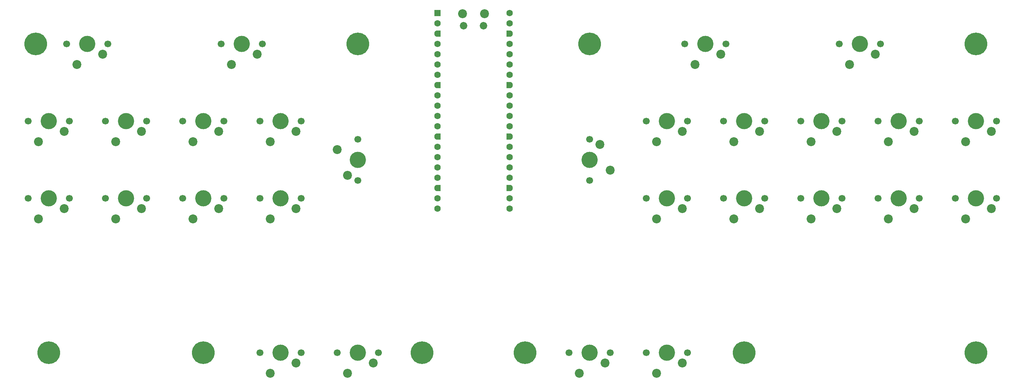
<source format=gbs>
G04 #@! TF.GenerationSoftware,KiCad,Pcbnew,8.0.4*
G04 #@! TF.CreationDate,2024-08-07T22:07:56-04:00*
G04 #@! TF.ProjectId,steno,7374656e-6f2e-46b6-9963-61645f706362,1*
G04 #@! TF.SameCoordinates,Original*
G04 #@! TF.FileFunction,Soldermask,Bot*
G04 #@! TF.FilePolarity,Negative*
%FSLAX46Y46*%
G04 Gerber Fmt 4.6, Leading zero omitted, Abs format (unit mm)*
G04 Created by KiCad (PCBNEW 8.0.4) date 2024-08-07 22:07:56*
%MOMM*%
%LPD*%
G01*
G04 APERTURE LIST*
G04 Aperture macros list*
%AMRoundRect*
0 Rectangle with rounded corners*
0 $1 Rounding radius*
0 $2 $3 $4 $5 $6 $7 $8 $9 X,Y pos of 4 corners*
0 Add a 4 corners polygon primitive as box body*
4,1,4,$2,$3,$4,$5,$6,$7,$8,$9,$2,$3,0*
0 Add four circle primitives for the rounded corners*
1,1,$1+$1,$2,$3*
1,1,$1+$1,$4,$5*
1,1,$1+$1,$6,$7*
1,1,$1+$1,$8,$9*
0 Add four rect primitives between the rounded corners*
20,1,$1+$1,$2,$3,$4,$5,0*
20,1,$1+$1,$4,$5,$6,$7,0*
20,1,$1+$1,$6,$7,$8,$9,0*
20,1,$1+$1,$8,$9,$2,$3,0*%
%AMFreePoly0*
4,1,28,0.605014,0.794986,0.644504,0.794986,0.724698,0.756366,0.780194,0.686777,0.800000,0.600000,0.800000,-0.600000,0.780194,-0.686777,0.724698,-0.756366,0.644504,-0.794986,0.605014,-0.794986,0.600000,-0.800000,0.000000,-0.800000,-0.178017,-0.779942,-0.347107,-0.720775,-0.498792,-0.625465,-0.625465,-0.498792,-0.720775,-0.347107,-0.779942,-0.178017,-0.800000,0.000000,-0.779942,0.178017,
-0.720775,0.347107,-0.625465,0.498792,-0.498792,0.625465,-0.347107,0.720775,-0.178017,0.779942,0.000000,0.800000,0.600000,0.800000,0.605014,0.794986,0.605014,0.794986,$1*%
%AMFreePoly1*
4,1,28,0.178017,0.779942,0.347107,0.720775,0.498792,0.625465,0.625465,0.498792,0.720775,0.347107,0.779942,0.178017,0.800000,0.000000,0.779942,-0.178017,0.720775,-0.347107,0.625465,-0.498792,0.498792,-0.625465,0.347107,-0.720775,0.178017,-0.779942,0.000000,-0.800000,-0.600000,-0.800000,-0.605014,-0.794986,-0.644504,-0.794986,-0.724698,-0.756366,-0.780194,-0.686777,-0.800000,-0.600000,
-0.800000,0.600000,-0.780194,0.686777,-0.724698,0.756366,-0.644504,0.794986,-0.605014,0.794986,-0.600000,0.800000,0.000000,0.800000,0.178017,0.779942,0.178017,0.779942,$1*%
G04 Aperture macros list end*
%ADD10C,1.700000*%
%ADD11C,4.000000*%
%ADD12C,2.200000*%
%ADD13C,3.600000*%
%ADD14C,5.600000*%
%ADD15C,1.850000*%
%ADD16RoundRect,0.200000X-0.600000X-0.600000X0.600000X-0.600000X0.600000X0.600000X-0.600000X0.600000X0*%
%ADD17C,1.600000*%
%ADD18FreePoly0,0.000000*%
%ADD19FreePoly1,0.000000*%
G04 APERTURE END LIST*
D10*
X182880000Y-98425000D03*
D11*
X177800000Y-98425000D03*
D10*
X172720000Y-98425000D03*
D12*
X175260000Y-103505000D03*
X181610000Y-100965000D03*
D10*
X240030000Y-79375000D03*
D11*
X234950000Y-79375000D03*
D10*
X229870000Y-79375000D03*
D12*
X232410000Y-84455000D03*
X238760000Y-81915000D03*
D10*
X259080000Y-98425000D03*
D11*
X254000000Y-98425000D03*
D10*
X248920000Y-98425000D03*
D12*
X251460000Y-103505000D03*
X257810000Y-100965000D03*
D10*
X30480000Y-98425000D03*
D11*
X25400000Y-98425000D03*
D10*
X20320000Y-98425000D03*
D12*
X22860000Y-103505000D03*
X29210000Y-100965000D03*
D10*
X201930000Y-79375000D03*
D11*
X196850000Y-79375000D03*
D10*
X191770000Y-79375000D03*
D12*
X194310000Y-84455000D03*
X200660000Y-81915000D03*
D10*
X68580000Y-79375000D03*
D11*
X63500000Y-79375000D03*
D10*
X58420000Y-79375000D03*
D12*
X60960000Y-84455000D03*
X67310000Y-81915000D03*
D10*
X87630000Y-79375000D03*
D11*
X82550000Y-79375000D03*
D10*
X77470000Y-79375000D03*
D12*
X80010000Y-84455000D03*
X86360000Y-81915000D03*
D10*
X163830000Y-136525000D03*
D11*
X158750000Y-136525000D03*
D10*
X153670000Y-136525000D03*
D12*
X156210000Y-141605000D03*
X162560000Y-139065000D03*
D10*
X259080000Y-79375000D03*
D11*
X254000000Y-79375000D03*
D10*
X248920000Y-79375000D03*
D12*
X251460000Y-84455000D03*
X257810000Y-81915000D03*
D10*
X68580000Y-98425000D03*
D11*
X63500000Y-98425000D03*
D10*
X58420000Y-98425000D03*
D12*
X60960000Y-103505000D03*
X67310000Y-100965000D03*
D10*
X49530000Y-79375000D03*
D11*
X44450000Y-79375000D03*
D10*
X39370000Y-79375000D03*
D12*
X41910000Y-84455000D03*
X48260000Y-81915000D03*
D10*
X220980000Y-98425000D03*
D11*
X215900000Y-98425000D03*
D10*
X210820000Y-98425000D03*
D12*
X213360000Y-103505000D03*
X219710000Y-100965000D03*
D10*
X240030000Y-98425000D03*
D11*
X234950000Y-98425000D03*
D10*
X229870000Y-98425000D03*
D12*
X232410000Y-103505000D03*
X238760000Y-100965000D03*
D10*
X158750000Y-83820000D03*
D11*
X158750000Y-88900000D03*
D10*
X158750000Y-93980000D03*
D12*
X163830000Y-91440000D03*
X161290000Y-85090000D03*
D10*
X201930000Y-98425000D03*
D11*
X196850000Y-98425000D03*
D10*
X191770000Y-98425000D03*
D12*
X194310000Y-103505000D03*
X200660000Y-100965000D03*
D10*
X101600000Y-93980000D03*
D11*
X101600000Y-88900000D03*
D10*
X101600000Y-83820000D03*
D12*
X96520000Y-86360000D03*
X99060000Y-92710000D03*
D10*
X230505000Y-60325000D03*
D11*
X225425000Y-60325000D03*
D10*
X220345000Y-60325000D03*
D12*
X222885000Y-65405000D03*
X229235000Y-62865000D03*
D10*
X87630000Y-136525000D03*
D11*
X82550000Y-136525000D03*
D10*
X77470000Y-136525000D03*
D12*
X80010000Y-141605000D03*
X86360000Y-139065000D03*
D10*
X182880000Y-79375000D03*
D11*
X177800000Y-79375000D03*
D10*
X172720000Y-79375000D03*
D12*
X175260000Y-84455000D03*
X181610000Y-81915000D03*
D10*
X30480000Y-79375000D03*
D11*
X25400000Y-79375000D03*
D10*
X20320000Y-79375000D03*
D12*
X22860000Y-84455000D03*
X29210000Y-81915000D03*
D10*
X106680000Y-136525000D03*
D11*
X101600000Y-136525000D03*
D10*
X96520000Y-136525000D03*
D12*
X99060000Y-141605000D03*
X105410000Y-139065000D03*
D10*
X192405000Y-60325000D03*
D11*
X187325000Y-60325000D03*
D10*
X182245000Y-60325000D03*
D12*
X184785000Y-65405000D03*
X191135000Y-62865000D03*
D10*
X220980000Y-79375000D03*
D11*
X215900000Y-79375000D03*
D10*
X210820000Y-79375000D03*
D12*
X213360000Y-84455000D03*
X219710000Y-81915000D03*
D10*
X182880000Y-136525000D03*
D11*
X177800000Y-136525000D03*
D10*
X172720000Y-136525000D03*
D12*
X175260000Y-141605000D03*
X181610000Y-139065000D03*
D10*
X87630000Y-98425000D03*
D11*
X82550000Y-98425000D03*
D10*
X77470000Y-98425000D03*
D12*
X80010000Y-103505000D03*
X86360000Y-100965000D03*
D10*
X40005000Y-60325000D03*
D11*
X34925000Y-60325000D03*
D10*
X29845000Y-60325000D03*
D12*
X32385000Y-65405000D03*
X38735000Y-62865000D03*
D10*
X49530000Y-98425000D03*
D11*
X44450000Y-98425000D03*
D10*
X39370000Y-98425000D03*
D12*
X41910000Y-103505000D03*
X48260000Y-100965000D03*
D10*
X78105000Y-60325000D03*
D11*
X73025000Y-60325000D03*
D10*
X67945000Y-60325000D03*
D12*
X70485000Y-65405000D03*
X76835000Y-62865000D03*
D13*
X254000000Y-136525000D03*
D14*
X254000000Y-136525000D03*
D13*
X22225000Y-60325000D03*
D14*
X22225000Y-60325000D03*
D13*
X196850000Y-136525000D03*
D14*
X196850000Y-136525000D03*
D13*
X254000000Y-60325000D03*
D14*
X254000000Y-60325000D03*
D13*
X158750000Y-60325000D03*
D14*
X158750000Y-60325000D03*
D13*
X25400000Y-136525000D03*
D14*
X25400000Y-136525000D03*
D12*
X127450000Y-52835000D03*
D15*
X127750000Y-55865000D03*
X132600000Y-55865000D03*
D12*
X132900000Y-52835000D03*
D16*
X121285000Y-52705000D03*
D17*
X121285000Y-55245000D03*
D18*
X121285000Y-57785000D03*
D17*
X121285000Y-60325000D03*
X121285000Y-62865000D03*
X121285000Y-65405000D03*
X121285000Y-67945000D03*
D18*
X121285000Y-70485000D03*
D17*
X121285000Y-73025000D03*
X121285000Y-75565000D03*
X121285000Y-78105000D03*
X121285000Y-80645000D03*
D18*
X121285000Y-83185000D03*
D17*
X121285000Y-85725000D03*
X121285000Y-88265000D03*
X121285000Y-90805000D03*
X121285000Y-93345000D03*
D18*
X121285000Y-95885000D03*
D17*
X121285000Y-98425000D03*
X121285000Y-100965000D03*
X139065000Y-100965000D03*
X139065000Y-98425000D03*
D19*
X139065000Y-95885000D03*
D17*
X139065000Y-93345000D03*
X139065000Y-90805000D03*
X139065000Y-88265000D03*
X139065000Y-85725000D03*
D19*
X139065000Y-83185000D03*
D17*
X139065000Y-80645000D03*
X139065000Y-78105000D03*
X139065000Y-75565000D03*
X139065000Y-73025000D03*
D19*
X139065000Y-70485000D03*
D17*
X139065000Y-67945000D03*
X139065000Y-65405000D03*
X139065000Y-62865000D03*
X139065000Y-60325000D03*
D19*
X139065000Y-57785000D03*
D17*
X139065000Y-55245000D03*
X139065000Y-52705000D03*
D13*
X117475000Y-136525000D03*
D14*
X117475000Y-136525000D03*
D13*
X101600000Y-60325000D03*
D14*
X101600000Y-60325000D03*
D13*
X63500000Y-136525000D03*
D14*
X63500000Y-136525000D03*
D13*
X142875000Y-136525000D03*
D14*
X142875000Y-136525000D03*
M02*

</source>
